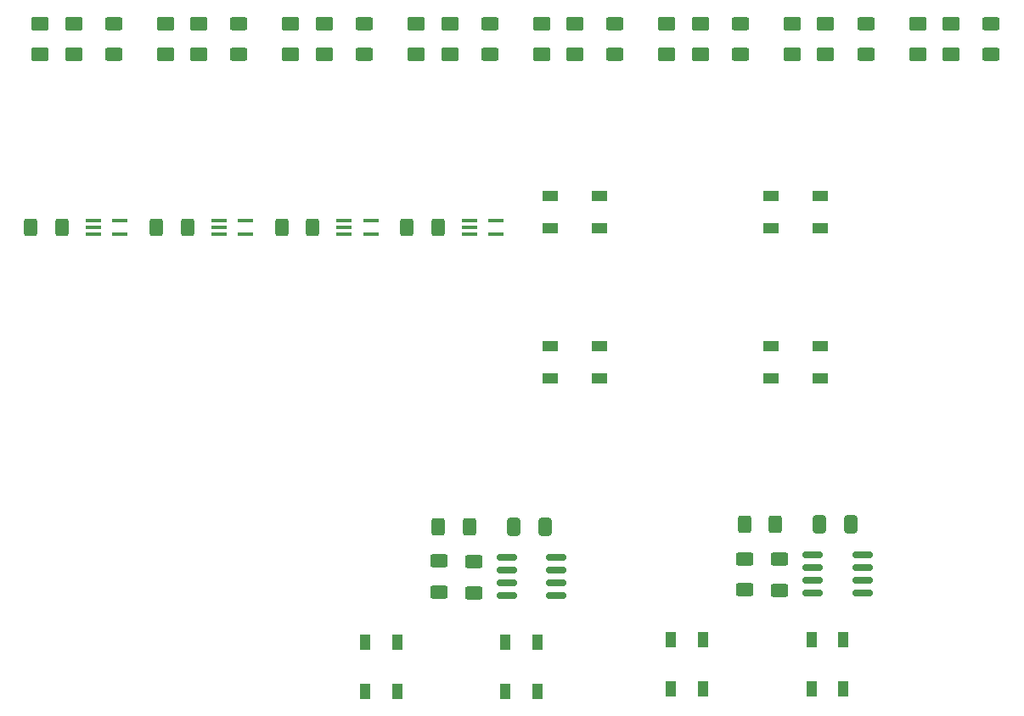
<source format=gbr>
%TF.GenerationSoftware,KiCad,Pcbnew,(6.0.4)*%
%TF.CreationDate,2022-06-07T22:17:40+02:00*%
%TF.ProjectId,vestmannaeyjar,76657374-6d61-46e6-9e61-65796a61722e,rev?*%
%TF.SameCoordinates,Original*%
%TF.FileFunction,Paste,Top*%
%TF.FilePolarity,Positive*%
%FSLAX46Y46*%
G04 Gerber Fmt 4.6, Leading zero omitted, Abs format (unit mm)*
G04 Created by KiCad (PCBNEW (6.0.4)) date 2022-06-07 22:17:40*
%MOMM*%
%LPD*%
G01*
G04 APERTURE LIST*
G04 Aperture macros list*
%AMRoundRect*
0 Rectangle with rounded corners*
0 $1 Rounding radius*
0 $2 $3 $4 $5 $6 $7 $8 $9 X,Y pos of 4 corners*
0 Add a 4 corners polygon primitive as box body*
4,1,4,$2,$3,$4,$5,$6,$7,$8,$9,$2,$3,0*
0 Add four circle primitives for the rounded corners*
1,1,$1+$1,$2,$3*
1,1,$1+$1,$4,$5*
1,1,$1+$1,$6,$7*
1,1,$1+$1,$8,$9*
0 Add four rect primitives between the rounded corners*
20,1,$1+$1,$2,$3,$4,$5,0*
20,1,$1+$1,$4,$5,$6,$7,0*
20,1,$1+$1,$6,$7,$8,$9,0*
20,1,$1+$1,$8,$9,$2,$3,0*%
G04 Aperture macros list end*
%ADD10RoundRect,0.250001X-0.624999X0.462499X-0.624999X-0.462499X0.624999X-0.462499X0.624999X0.462499X0*%
%ADD11RoundRect,0.250000X0.400000X0.625000X-0.400000X0.625000X-0.400000X-0.625000X0.400000X-0.625000X0*%
%ADD12R,1.500000X0.400000*%
%ADD13R,1.000000X1.500000*%
%ADD14RoundRect,0.250000X0.625000X-0.400000X0.625000X0.400000X-0.625000X0.400000X-0.625000X-0.400000X0*%
%ADD15RoundRect,0.150000X-0.825000X-0.150000X0.825000X-0.150000X0.825000X0.150000X-0.825000X0.150000X0*%
%ADD16RoundRect,0.250000X-0.412500X-0.650000X0.412500X-0.650000X0.412500X0.650000X-0.412500X0.650000X0*%
%ADD17RoundRect,0.250000X-0.625000X0.400000X-0.625000X-0.400000X0.625000X-0.400000X0.625000X0.400000X0*%
%ADD18RoundRect,0.250001X0.624999X-0.462499X0.624999X0.462499X-0.624999X0.462499X-0.624999X-0.462499X0*%
%ADD19R,1.500000X1.000000*%
G04 APERTURE END LIST*
D10*
%TO.C,D14*%
X85160000Y-36237500D03*
X85160000Y-39212500D03*
%TD*%
D11*
%TO.C,R18*%
X46749999Y-56540000D03*
X49849999Y-56540000D03*
%TD*%
D12*
%TO.C,U7*%
X55630000Y-55890000D03*
X55630000Y-57190000D03*
X52970000Y-57190000D03*
X52970000Y-56540000D03*
X52970000Y-55890000D03*
%TD*%
D13*
%TO.C,D23*%
X58280000Y-97942500D03*
X55080000Y-97942500D03*
X55080000Y-102842500D03*
X58280000Y-102842500D03*
%TD*%
%TO.C,D24*%
X72280000Y-97942500D03*
X69080000Y-97942500D03*
X69080000Y-102842500D03*
X72280000Y-102842500D03*
%TD*%
D14*
%TO.C,R5*%
X62430000Y-89842500D03*
X62430000Y-92942500D03*
%TD*%
D15*
%TO.C,U2*%
X69205000Y-89487500D03*
X69205000Y-90757500D03*
X69205000Y-92027500D03*
X69205000Y-93297500D03*
X74155000Y-93297500D03*
X74155000Y-92027500D03*
X74155000Y-90757500D03*
X74155000Y-89487500D03*
%TD*%
D11*
%TO.C,R6*%
X65480000Y-86392500D03*
X62380000Y-86392500D03*
%TD*%
D16*
%TO.C,C2*%
X72992500Y-86392500D03*
X69867500Y-86392500D03*
%TD*%
D17*
%TO.C,R4*%
X65930000Y-89892500D03*
X65930000Y-92992500D03*
%TD*%
D13*
%TO.C,D22*%
X102779999Y-97690000D03*
X99579999Y-97690000D03*
X99579999Y-102590000D03*
X102779999Y-102590000D03*
%TD*%
D16*
%TO.C,C1*%
X100367500Y-86140000D03*
X103492500Y-86140000D03*
%TD*%
D15*
%TO.C,U1*%
X99704999Y-89235000D03*
X99704999Y-90505000D03*
X99704999Y-91775000D03*
X99704999Y-93045000D03*
X104654999Y-93045000D03*
X104654999Y-91775000D03*
X104654999Y-90505000D03*
X104654999Y-89235000D03*
%TD*%
D14*
%TO.C,R2*%
X92930000Y-92690000D03*
X92930000Y-89590000D03*
%TD*%
D13*
%TO.C,D21*%
X88780000Y-97690000D03*
X85580000Y-97690000D03*
X85580000Y-102590000D03*
X88780000Y-102590000D03*
%TD*%
D11*
%TO.C,R3*%
X95980000Y-86140000D03*
X92880000Y-86140000D03*
%TD*%
D17*
%TO.C,R1*%
X96429999Y-89640000D03*
X96429999Y-92740000D03*
%TD*%
%TO.C,R12*%
X30000000Y-36175000D03*
X30000000Y-39275000D03*
%TD*%
%TO.C,R14*%
X42500000Y-36175000D03*
X42500000Y-39275000D03*
%TD*%
D12*
%TO.C,U5*%
X65470000Y-55890000D03*
X65470000Y-56540000D03*
X65470000Y-57190000D03*
X68130000Y-57190000D03*
X68130000Y-55890000D03*
%TD*%
D10*
%TO.C,D10*%
X110160000Y-36237500D03*
X110160000Y-39212500D03*
%TD*%
D18*
%TO.C,D9*%
X113500000Y-39212500D03*
X113500000Y-36237500D03*
%TD*%
D17*
%TO.C,R9*%
X105000000Y-36175000D03*
X105000000Y-39275000D03*
%TD*%
D12*
%TO.C,U4*%
X40470000Y-55890000D03*
X40470000Y-56540000D03*
X40470000Y-57190000D03*
X43130000Y-57190000D03*
X43130000Y-55890000D03*
%TD*%
D19*
%TO.C,D19*%
X78440000Y-71620000D03*
X78440000Y-68420000D03*
X73540000Y-68420000D03*
X73540000Y-71620000D03*
%TD*%
D17*
%TO.C,R13*%
X92500000Y-36175000D03*
X92500000Y-39275000D03*
%TD*%
D18*
%TO.C,D7*%
X51000000Y-39212500D03*
X51000000Y-36237500D03*
%TD*%
D17*
%TO.C,R8*%
X67500000Y-36175000D03*
X67500000Y-39275000D03*
%TD*%
%TO.C,R10*%
X55000000Y-36175000D03*
X55000000Y-39275000D03*
%TD*%
D10*
%TO.C,D4*%
X60160000Y-36237500D03*
X60160000Y-39212500D03*
%TD*%
%TO.C,D2*%
X72660000Y-36237500D03*
X72660000Y-39212500D03*
%TD*%
D18*
%TO.C,D11*%
X26000000Y-39212500D03*
X26000000Y-36237500D03*
%TD*%
D10*
%TO.C,D12*%
X22660000Y-36237500D03*
X22660000Y-39212500D03*
%TD*%
D18*
%TO.C,D3*%
X63500000Y-39212500D03*
X63500000Y-36237500D03*
%TD*%
%TO.C,D1*%
X76000000Y-39212500D03*
X76000000Y-36237500D03*
%TD*%
D11*
%TO.C,R15*%
X37349999Y-56540000D03*
X34249999Y-56540000D03*
%TD*%
D17*
%TO.C,R11*%
X117500000Y-36175000D03*
X117500000Y-39275000D03*
%TD*%
D10*
%TO.C,D16*%
X35160000Y-36237500D03*
X35160000Y-39212500D03*
%TD*%
D11*
%TO.C,R17*%
X24849999Y-56540000D03*
X21749999Y-56540000D03*
%TD*%
%TO.C,R16*%
X62349999Y-56540000D03*
X59249999Y-56540000D03*
%TD*%
D18*
%TO.C,D5*%
X101000000Y-39212500D03*
X101000000Y-36237500D03*
%TD*%
%TO.C,D15*%
X38500000Y-39212500D03*
X38500000Y-36237500D03*
%TD*%
%TO.C,D13*%
X88500000Y-39212500D03*
X88500000Y-36237500D03*
%TD*%
D17*
%TO.C,R7*%
X80000000Y-36175000D03*
X80000000Y-39275000D03*
%TD*%
D12*
%TO.C,U6*%
X27970000Y-55890000D03*
X27970000Y-56540000D03*
X27970000Y-57190000D03*
X30630000Y-57190000D03*
X30630000Y-55890000D03*
%TD*%
D19*
%TO.C,D17*%
X100440000Y-71620000D03*
X100440000Y-68420000D03*
X95540000Y-68420000D03*
X95540000Y-71620000D03*
%TD*%
%TO.C,D20*%
X100440000Y-56620000D03*
X100440000Y-53420000D03*
X95540000Y-53420000D03*
X95540000Y-56620000D03*
%TD*%
D10*
%TO.C,D6*%
X97660000Y-36237500D03*
X97660000Y-39212500D03*
%TD*%
D19*
%TO.C,D18*%
X73540000Y-56620000D03*
X73540000Y-53420000D03*
X78440000Y-53420000D03*
X78440000Y-56620000D03*
%TD*%
D10*
%TO.C,D8*%
X47660000Y-36237500D03*
X47660000Y-39212500D03*
%TD*%
M02*

</source>
